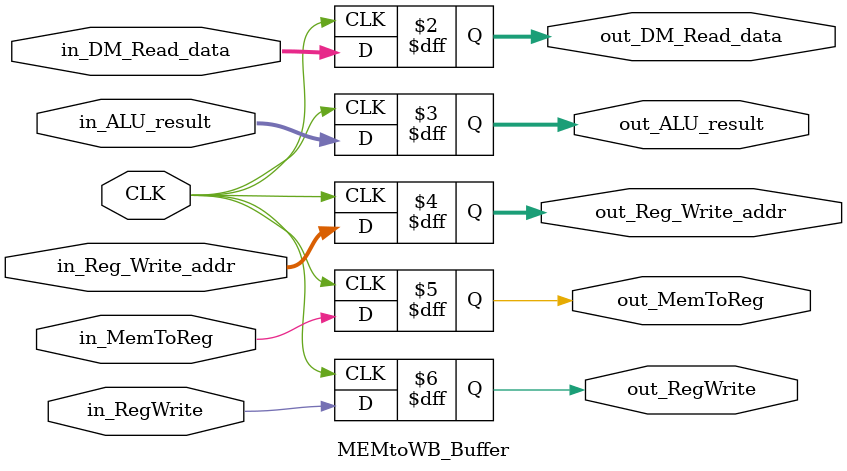
<source format=v>
module MEMtoWB_Buffer(
  input CLK,
  input wire[31:0] in_DM_Read_data, in_ALU_result,
  input wire [4:0] in_Reg_Write_addr,
  // contorl signal
  input wire in_MemToReg,
  input wire in_RegWrite,
  // output
  output reg[31:0] out_DM_Read_data, out_ALU_result,
  output reg [4:0] out_Reg_Write_addr,
  // contorl signal
  output reg out_MemToReg, 
  output reg out_RegWrite );

always @(posedge CLK)
begin
  out_DM_Read_data <= in_DM_Read_data;
  out_ALU_result <= in_ALU_result;
  out_Reg_Write_addr <= in_Reg_Write_addr;
  
  out_MemToReg <= in_MemToReg;
  out_RegWrite <= in_RegWrite;
end

endmodule

</source>
